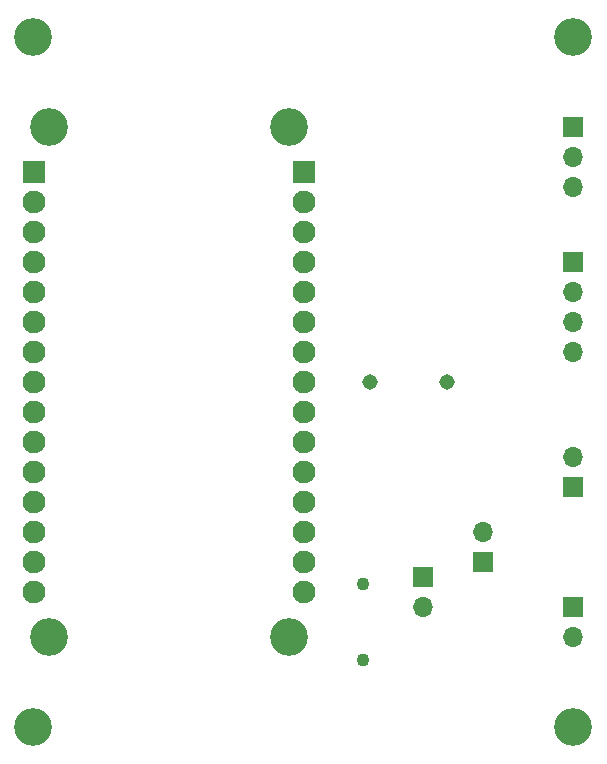
<source format=gbr>
%TF.GenerationSoftware,KiCad,Pcbnew,(5.1.12)-1*%
%TF.CreationDate,2021-12-07T17:24:08+01:00*%
%TF.ProjectId,PCB_Chair_tracker,5043425f-4368-4616-9972-5f747261636b,rev?*%
%TF.SameCoordinates,Original*%
%TF.FileFunction,Soldermask,Top*%
%TF.FilePolarity,Negative*%
%FSLAX46Y46*%
G04 Gerber Fmt 4.6, Leading zero omitted, Abs format (unit mm)*
G04 Created by KiCad (PCBNEW (5.1.12)-1) date 2021-12-07 17:24:08*
%MOMM*%
%LPD*%
G01*
G04 APERTURE LIST*
%ADD10C,3.200000*%
%ADD11R,1.700000X1.700000*%
%ADD12O,1.700000X1.700000*%
%ADD13R,1.930000X1.930000*%
%ADD14C,1.930000*%
%ADD15C,1.308000*%
%ADD16C,1.100000*%
G04 APERTURE END LIST*
D10*
%TO.C,H1*%
X167640000Y-118110000D03*
%TD*%
%TO.C,H2*%
X121920000Y-59690000D03*
%TD*%
D11*
%TO.C,tp2*%
X167640000Y-97790000D03*
D12*
X167640000Y-95250000D03*
%TD*%
D13*
%TO.C,ESP1*%
X121960001Y-71120000D03*
D14*
X121960001Y-73660000D03*
X121960001Y-76200000D03*
X121960001Y-78740000D03*
X121960001Y-81280000D03*
X121960001Y-83820000D03*
X121960001Y-86360000D03*
X121960001Y-88900000D03*
X121960001Y-91440000D03*
X121960001Y-93980000D03*
X121960001Y-96520000D03*
X121960001Y-99060000D03*
X121960001Y-101600000D03*
X121960001Y-104140000D03*
X121960001Y-106680000D03*
D13*
X144820001Y-71120000D03*
D14*
X144820001Y-73660000D03*
X144820001Y-76200000D03*
X144820001Y-78740000D03*
X144820001Y-81280000D03*
X144820001Y-83820000D03*
X144820001Y-86360000D03*
X144820001Y-88900000D03*
X144820001Y-91440000D03*
X144820001Y-93980000D03*
X144820001Y-96520000D03*
X144820001Y-99060000D03*
X144820001Y-101600000D03*
X144820001Y-104140000D03*
X144820001Y-106680000D03*
D10*
X123230001Y-67310000D03*
X143550001Y-67310000D03*
X143550001Y-110490000D03*
X123230001Y-110490000D03*
%TD*%
D11*
%TO.C,Prox1*%
X167640000Y-78740000D03*
D12*
X167640000Y-81280000D03*
X167640000Y-83820000D03*
X167640000Y-86360000D03*
%TD*%
D11*
%TO.C,Vib1*%
X167640000Y-67310000D03*
D12*
X167640000Y-69850000D03*
X167640000Y-72390000D03*
%TD*%
D11*
%TO.C,bat1*%
X160020000Y-104140000D03*
D12*
X160020000Y-101600000D03*
%TD*%
%TO.C,tp1*%
X167640000Y-110490000D03*
D11*
X167640000Y-107950000D03*
%TD*%
D12*
%TO.C,led1*%
X154940000Y-107950000D03*
D11*
X154940000Y-105410000D03*
%TD*%
D15*
%TO.C,Alt1*%
X150420000Y-88900000D03*
X156920000Y-88900000D03*
%TD*%
D16*
%TO.C,R1*%
X149860000Y-106020000D03*
X149860000Y-112420000D03*
%TD*%
D10*
%TO.C,H1*%
X167640000Y-59690000D03*
%TD*%
%TO.C,H2*%
X121920000Y-118110000D03*
%TD*%
M02*

</source>
